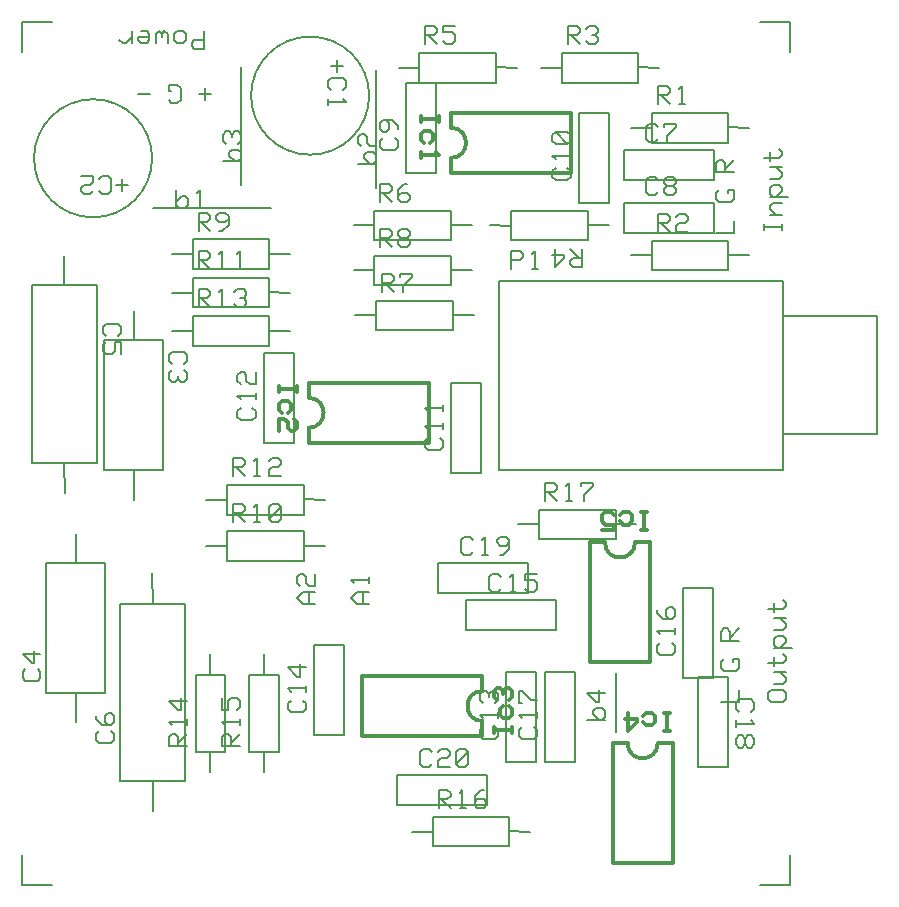
<source format=gbr>
G04 GERBER ASCII OUTPUT FROM: EDWIN32 (VER. 1.0 REV. 990515)*
G04 GERBER FORMAT: RX-274-X*
G04 BOARD: HÖRLUR3*
G04 ARTWORK OF COMP.PRINT POSITIVE*
%ASAXBY*%
%FSLAX32Y32*%
%MIA0B0*%
%MOMM*%
%OFA0.000B0.000*%
%SFA1B1*%
%IJA0B0*%
%INLAYER0POS*%
%IOA0B0*%
%IPPOS*%
%IR0*%
G04 APERTURE LIST*
%ADD12C,0.051*%
%ADD13R,0.051X0.051*%
%ADD14C,0.076*%
%ADD15R,0.076X0.076*%
%ADD16C,0.102*%
%ADD17R,0.102X0.102*%
%ADD18C,0.127*%
%ADD19R,0.127X0.127*%
%ADD20C,0.203*%
%ADD22C,0.203*%
%ADD24C,0.305*%
%ADD26C,0.330*%
%ADD28C,0.508*%
%ADD30C,0.737*%
%ADD32C,0.762*%
%ADD34C,0.813*%
%ADD36C,0.813*%
%ADD38C,0.914*%
%ADD40C,0.940*%
%ADD42C,1.016*%
%ADD44C,1.118*%
%ADD46C,1.372*%
%ADD48C,1.422*%
%ADD49R,1.422X1.422*%
%ADD50C,1.524*%
%ADD51R,1.524X1.524*%
%ADD52C,1.575*%
%ADD54C,1.626*%
%ADD56C,1.778*%
%ADD57R,1.778X1.778*%
%ADD58C,1.930*%
%ADD59R,1.930X1.930*%
%ADD60C,2.032*%
%ADD61R,2.032X2.032*%
%ADD62C,2.134*%
%ADD63R,2.134X2.134*%
%ADD64C,2.184*%
%ADD65R,2.184X2.184*%
%ADD66C,2.286*%
%ADD67R,2.286X2.286*%
%ADD68C,2.388*%
%ADD69R,2.388X2.388*%
%ADD70C,2.438*%
%ADD71R,2.438X2.438*%
%ADD72C,2.540*%
%ADD73R,2.540X2.540*%
%ADD74C,2.642*%
%ADD76C,2.794*%
%ADD78C,2.896*%
%ADD80C,3.048*%
%ADD82C,3.150*%
%ADD84C,3.404*%
G04*
D18* 
X0Y0D02*
X0Y254D01*
X0Y7300D02*
X0Y7046D01*
X0Y7300D02*
X254Y7300D01*
X6500Y7300D02*
X6246Y7300D01*
X6500Y7300D02*
X6500Y7046D01*
X6500Y0D02*
X6500Y254D01*
X6500Y0D02*
X6246Y0D01*
X0Y0D02*
X254Y0D01*
D26* 
X3631Y6408D02*
X3631Y6535D01*
X4647Y6535D01*
X4647Y6027D01*
X3631Y6027D01*
X3631Y6154D01*
G75*
G01X3631Y6154D02*
G03X3631Y6408I0J127D01*
G01*
X3377Y6509D02*
X3377Y6458D01*
X3377Y6484D02*
X3529Y6484D01*
X3529Y6509D02*
X3529Y6458D01*
X3453Y6281D02*
X3479Y6306D01*
X3479Y6357D01*
X3453Y6382D01*
X3402Y6382D01*
X3377Y6357D01*
X3377Y6306D01*
X3402Y6281D01*
X3377Y6204D02*
X3377Y6154D01*
X3377Y6179D02*
X3529Y6179D01*
X3504Y6204D01*
D18* 
X2727Y1266D02*
X2473Y1266D01*
X2473Y2028D01*
X2727Y2028D01*
X2727Y1266D01*
X2380Y1559D02*
X2405Y1534D01*
X2405Y1483D01*
X2380Y1458D01*
X2278Y1458D01*
X2253Y1483D01*
X2253Y1534D01*
X2278Y1559D01*
X2405Y1635D02*
X2405Y1686D01*
X2405Y1661D02*
X2253Y1661D01*
X2278Y1635D01*
X2354Y1864D02*
X2354Y1762D01*
X2329Y1762D01*
X2253Y1839D01*
X2405Y1839D01*
X4352Y1038D02*
X4098Y1038D01*
X4098Y1800D01*
X4352Y1800D01*
X4352Y1038D01*
X4005Y1332D02*
X4030Y1306D01*
X4030Y1255D01*
X4005Y1230D01*
X3903Y1230D01*
X3878Y1255D01*
X3878Y1306D01*
X3903Y1332D01*
X4030Y1408D02*
X4030Y1459D01*
X4030Y1433D02*
X3878Y1433D01*
X3903Y1408D01*
X3903Y1535D02*
X3878Y1560D01*
X3878Y1611D01*
X3903Y1636D01*
X3928Y1636D01*
X3954Y1611D01*
X3954Y1586D01*
X3954Y1611D02*
X3979Y1636D01*
X4005Y1636D01*
X4030Y1611D01*
X4030Y1560D01*
X4005Y1535D01*
X2298Y3741D02*
X2044Y3741D01*
X2044Y4503D01*
X2298Y4503D01*
X2298Y3741D01*
X1950Y4034D02*
X1976Y4009D01*
X1976Y3958D01*
X1950Y3933D01*
X1849Y3933D01*
X1823Y3958D01*
X1823Y4009D01*
X1849Y4034D01*
X1976Y4110D02*
X1976Y4161D01*
X1976Y4136D02*
X1823Y4136D01*
X1849Y4110D01*
X1849Y4237D02*
X1823Y4263D01*
X1823Y4314D01*
X1849Y4339D01*
X1874Y4339D01*
X1899Y4314D01*
X1899Y4263D01*
X1925Y4237D01*
X1976Y4237D01*
X1976Y4339D01*
X3885Y3487D02*
X3631Y3487D01*
X3631Y4249D01*
X3885Y4249D01*
X3885Y3487D01*
X3538Y3780D02*
X3563Y3755D01*
X3563Y3704D01*
X3538Y3679D01*
X3436Y3679D01*
X3411Y3704D01*
X3411Y3755D01*
X3436Y3780D01*
X3563Y3856D02*
X3563Y3907D01*
X3563Y3882D02*
X3411Y3882D01*
X3436Y3856D01*
X3563Y4009D02*
X3563Y4060D01*
X3563Y4034D02*
X3411Y4034D01*
X3436Y4009D01*
X4965Y5773D02*
X4711Y5773D01*
X4711Y6535D01*
X4965Y6535D01*
X4965Y5773D01*
X4617Y6066D02*
X4643Y6041D01*
X4643Y5990D01*
X4617Y5965D01*
X4516Y5965D01*
X4490Y5990D01*
X4490Y6041D01*
X4516Y6066D01*
X4643Y6142D02*
X4643Y6193D01*
X4643Y6168D02*
X4490Y6168D01*
X4516Y6142D01*
X4617Y6269D02*
X4516Y6269D01*
X4490Y6295D01*
X4490Y6346D01*
X4516Y6371D01*
X4617Y6371D01*
X4643Y6346D01*
X4643Y6295D01*
X4617Y6269D01*
X4516Y6371D01*
X3504Y6027D02*
X3250Y6027D01*
X3250Y6789D01*
X3504Y6789D01*
X3504Y6027D01*
X3157Y6320D02*
X3182Y6295D01*
X3182Y6244D01*
X3157Y6219D01*
X3055Y6219D01*
X3030Y6244D01*
X3030Y6295D01*
X3055Y6320D01*
X3182Y6396D02*
X3182Y6422D01*
X3131Y6473D01*
X3055Y6473D01*
X3030Y6447D01*
X3030Y6396D01*
X3055Y6371D01*
X3080Y6371D01*
X3106Y6396D01*
X3106Y6447D01*
X3080Y6473D01*
X5092Y5519D02*
X5092Y5773D01*
X5854Y5773D01*
X5854Y5519D01*
X5092Y5519D01*
X5385Y5866D02*
X5360Y5841D01*
X5309Y5841D01*
X5284Y5866D01*
X5284Y5968D01*
X5309Y5993D01*
X5360Y5993D01*
X5385Y5968D01*
X5436Y5866D02*
X5436Y5891D01*
X5461Y5917D01*
X5512Y5917D01*
X5538Y5942D01*
X5538Y5968D01*
X5512Y5993D01*
X5461Y5993D01*
X5436Y5968D01*
X5436Y5942D01*
X5461Y5917D01*
X5512Y5917D02*
X5538Y5891D01*
X5538Y5866D01*
X5512Y5841D01*
X5461Y5841D01*
X5436Y5866D01*
X5092Y5963D02*
X5092Y6217D01*
X5854Y6217D01*
X5854Y5963D01*
X5092Y5963D01*
X5385Y6310D02*
X5360Y6285D01*
X5309Y6285D01*
X5284Y6310D01*
X5284Y6412D01*
X5309Y6437D01*
X5360Y6437D01*
X5385Y6412D01*
X5461Y6285D02*
X5461Y6336D01*
X5538Y6412D01*
X5538Y6437D01*
X5436Y6437D01*
X5436Y6412D01*
X1380Y875D02*
X830Y875D01*
X830Y2375D01*
X1380Y2375D01*
X1380Y875D01*
X1105Y625D02*
X1105Y875D01*
X1101Y2636D02*
X1105Y2375D01*
X755Y1302D02*
X780Y1276D01*
X780Y1225D01*
X755Y1200D01*
X653Y1200D01*
X628Y1225D01*
X628Y1276D01*
X653Y1302D01*
X729Y1352D02*
X704Y1378D01*
X704Y1429D01*
X729Y1454D01*
X755Y1454D01*
X780Y1429D01*
X780Y1378D01*
X755Y1352D01*
X678Y1352D01*
X628Y1403D01*
X628Y1429D01*
X83Y5073D02*
X633Y5073D01*
X633Y3573D01*
X83Y3573D01*
X83Y5073D01*
X358Y5323D02*
X358Y5073D01*
X361Y3312D02*
X358Y3573D01*
X708Y4646D02*
X683Y4671D01*
X683Y4722D01*
X708Y4748D01*
X810Y4748D01*
X835Y4722D01*
X835Y4671D01*
X810Y4646D01*
X708Y4595D02*
X683Y4570D01*
X683Y4519D01*
X708Y4494D01*
X759Y4494D01*
X784Y4519D01*
X784Y4595D01*
X835Y4595D01*
X835Y4494D01*
X705Y1623D02*
X205Y1623D01*
X205Y2723D01*
X705Y2723D01*
X705Y1623D01*
X455Y1373D02*
X455Y1623D01*
X455Y2973D02*
X455Y2723D01*
X130Y1824D02*
X155Y1799D01*
X155Y1748D01*
X130Y1723D01*
X28Y1723D01*
X3Y1748D01*
X3Y1799D01*
X28Y1824D01*
X104Y1977D02*
X104Y1875D01*
X79Y1875D01*
X3Y1951D01*
X155Y1951D01*
X693Y4608D02*
X1193Y4608D01*
X1193Y3508D01*
X693Y3508D01*
X693Y4608D01*
X943Y4858D02*
X943Y4608D01*
X943Y3258D02*
X943Y3508D01*
X1268Y4406D02*
X1243Y4431D01*
X1243Y4482D01*
X1268Y4508D01*
X1370Y4508D01*
X1395Y4482D01*
X1395Y4431D01*
X1370Y4406D01*
X1370Y4355D02*
X1395Y4330D01*
X1395Y4279D01*
X1370Y4254D01*
X1344Y4254D01*
X1319Y4279D01*
X1319Y4304D01*
X1319Y4279D02*
X1293Y4254D01*
X1268Y4254D01*
X1243Y4279D01*
X1243Y4330D01*
X1268Y4355D01*
G75*
G01X1100Y6150D02*
G03X1100Y6150I-500J0D01*
G01*
X900Y5924D02*
X798Y5924D01*
X849Y5873D02*
X849Y5975D01*
X648Y5975D02*
X674Y6000D01*
X725Y6000D01*
X750Y5975D01*
X750Y5873D01*
X725Y5848D01*
X674Y5848D01*
X648Y5873D01*
X598Y5873D02*
X572Y5848D01*
X521Y5848D01*
X496Y5873D01*
X496Y5898D01*
X521Y5924D01*
X572Y5924D01*
X598Y5949D01*
X598Y6000D01*
X496Y6000D01*
G75*
G01X2938Y6680D02*
G03X2938Y6680I-500J0D01*
G01*
X2664Y6980D02*
X2664Y6878D01*
X2715Y6929D02*
X2613Y6929D01*
X2613Y6728D02*
X2588Y6754D01*
X2588Y6805D01*
X2613Y6830D01*
X2715Y6830D01*
X2740Y6805D01*
X2740Y6754D01*
X2715Y6728D01*
X2588Y6652D02*
X2588Y6601D01*
X2588Y6627D02*
X2740Y6627D01*
X2715Y6652D01*
X4039Y3512D02*
X4039Y5112D01*
X6439Y5112D01*
X6439Y3512D01*
X4039Y3512D01*
X6439Y4812D02*
X6439Y3812D01*
X7239Y3812D01*
X7239Y4812D01*
X6439Y4812D01*
X4139Y5212D02*
X4139Y5364D01*
X4215Y5364D01*
X4241Y5339D01*
X4241Y5314D01*
X4215Y5288D01*
X4139Y5288D01*
X4317Y5212D02*
X4368Y5212D01*
X4342Y5212D02*
X4342Y5364D01*
X4317Y5339D01*
X5847Y1753D02*
X5593Y1753D01*
X5593Y2515D01*
X5847Y2515D01*
X5847Y1753D01*
X5500Y2047D02*
X5525Y2021D01*
X5525Y1970D01*
X5500Y1945D01*
X5398Y1945D01*
X5373Y1970D01*
X5373Y2021D01*
X5398Y2047D01*
X5525Y2123D02*
X5525Y2174D01*
X5525Y2148D02*
X5373Y2148D01*
X5398Y2123D01*
X5474Y2250D02*
X5449Y2275D01*
X5449Y2326D01*
X5474Y2351D01*
X5500Y2351D01*
X5525Y2326D01*
X5525Y2275D01*
X5500Y2250D01*
X5423Y2250D01*
X5373Y2301D01*
X5373Y2326D01*
X3761Y2156D02*
X3761Y2410D01*
X4523Y2410D01*
X4523Y2156D01*
X3761Y2156D01*
X4054Y2503D02*
X4029Y2478D01*
X3978Y2478D01*
X3953Y2503D01*
X3953Y2605D01*
X3978Y2630D01*
X4029Y2630D01*
X4054Y2605D01*
X4130Y2478D02*
X4181Y2478D01*
X4156Y2478D02*
X4156Y2630D01*
X4130Y2605D01*
X4257Y2503D02*
X4283Y2478D01*
X4334Y2478D01*
X4359Y2503D01*
X4359Y2554D01*
X4334Y2579D01*
X4257Y2579D01*
X4257Y2630D01*
X4359Y2630D01*
D26* 
X5188Y2897D02*
X5315Y2897D01*
X5315Y1881D01*
X4807Y1881D01*
X4807Y2897D01*
X4934Y2897D01*
G75*
G01X4934Y2897D02*
G03X5188Y2897I127J0D01*
G01*
X5290Y3151D02*
X5239Y3151D01*
X5264Y3151D02*
X5264Y2999D01*
X5290Y2999D02*
X5239Y2999D01*
X5061Y3075D02*
X5086Y3049D01*
X5137Y3049D01*
X5163Y3075D01*
X5163Y3126D01*
X5137Y3151D01*
X5086Y3151D01*
X5061Y3126D01*
X5010Y3126D02*
X4985Y3151D01*
X4934Y3151D01*
X4909Y3126D01*
X4909Y3075D01*
X4934Y3049D01*
X5010Y3049D01*
X5010Y2999D01*
X4909Y2999D01*
X5380Y1197D02*
X5507Y1197D01*
X5507Y181D01*
X4999Y181D01*
X4999Y1197D01*
X5126Y1197D01*
G75*
G01X5126Y1197D02*
G03X5380Y1197I127J0D01*
G01*
X5481Y1451D02*
X5431Y1451D01*
X5456Y1451D02*
X5456Y1298D01*
X5481Y1298D02*
X5431Y1298D01*
X5253Y1374D02*
X5278Y1349D01*
X5329Y1349D01*
X5354Y1374D01*
X5354Y1425D01*
X5329Y1451D01*
X5278Y1451D01*
X5253Y1425D01*
X5100Y1400D02*
X5202Y1400D01*
X5202Y1374D01*
X5126Y1298D01*
X5126Y1451D01*
X3897Y1385D02*
X3897Y1258D01*
X2881Y1258D01*
X2881Y1766D01*
X3897Y1766D01*
X3897Y1639D01*
G75*
G01X3897Y1639D02*
G03X3897Y1385I0J-127D01*
G01*
X4151Y1283D02*
X4151Y1334D01*
X4151Y1308D02*
X3999Y1308D01*
X3999Y1283D02*
X3999Y1334D01*
X4075Y1512D02*
X4049Y1486D01*
X4049Y1435D01*
X4075Y1410D01*
X4126Y1410D01*
X4151Y1435D01*
X4151Y1486D01*
X4126Y1512D01*
X4024Y1562D02*
X3999Y1588D01*
X3999Y1639D01*
X4024Y1664D01*
X4049Y1664D01*
X4075Y1639D01*
X4075Y1613D01*
X4075Y1639D02*
X4100Y1664D01*
X4126Y1664D01*
X4151Y1639D01*
X4151Y1588D01*
X4126Y1562D01*
X2425Y4122D02*
X2425Y4249D01*
X3441Y4249D01*
X3441Y3741D01*
X2425Y3741D01*
X2425Y3868D01*
G75*
G01X2425Y3868D02*
G03X2425Y4122I0J127D01*
G01*
X2171Y4223D02*
X2171Y4172D01*
X2171Y4198D02*
X2323Y4198D01*
X2323Y4223D02*
X2323Y4172D01*
X2247Y3995D02*
X2272Y4020D01*
X2272Y4071D01*
X2247Y4096D01*
X2196Y4096D01*
X2171Y4071D01*
X2171Y4020D01*
X2196Y3995D01*
X2298Y3944D02*
X2323Y3918D01*
X2323Y3868D01*
X2298Y3842D01*
X2272Y3842D01*
X2247Y3868D01*
X2247Y3918D01*
X2221Y3944D01*
X2171Y3944D01*
X2171Y3842D01*
D18* 
X5330Y6283D02*
X5330Y6533D01*
X5980Y6533D01*
X5980Y6283D01*
X5330Y6283D01*
X5330Y6408D02*
X5155Y6408D01*
X5979Y6411D02*
X6155Y6408D01*
X5380Y6608D02*
X5380Y6760D01*
X5456Y6760D01*
X5482Y6735D01*
X5482Y6709D01*
X5456Y6684D01*
X5380Y6684D01*
X5405Y6684D02*
X5482Y6608D01*
X5558Y6608D02*
X5609Y6608D01*
X5583Y6608D02*
X5583Y6760D01*
X5558Y6735D01*
X5330Y5203D02*
X5330Y5453D01*
X5980Y5453D01*
X5980Y5203D01*
X5330Y5203D01*
X5330Y5328D02*
X5155Y5328D01*
X5979Y5332D02*
X6155Y5328D01*
X5380Y5528D02*
X5380Y5680D01*
X5456Y5680D01*
X5482Y5655D01*
X5482Y5630D01*
X5456Y5604D01*
X5380Y5604D01*
X5405Y5604D02*
X5482Y5528D01*
X5532Y5655D02*
X5558Y5680D01*
X5609Y5680D01*
X5634Y5655D01*
X5634Y5630D01*
X5609Y5604D01*
X5558Y5604D01*
X5532Y5579D01*
X5532Y5528D01*
X5634Y5528D01*
X4568Y6791D02*
X4568Y7041D01*
X5218Y7041D01*
X5218Y6791D01*
X4568Y6791D01*
X4568Y6916D02*
X4393Y6916D01*
X5217Y6919D02*
X5393Y6916D01*
X4618Y7116D02*
X4618Y7268D01*
X4694Y7268D01*
X4720Y7243D01*
X4720Y7217D01*
X4694Y7192D01*
X4618Y7192D01*
X4643Y7192D02*
X4720Y7116D01*
X4770Y7243D02*
X4796Y7268D01*
X4847Y7268D01*
X4872Y7243D01*
X4872Y7217D01*
X4847Y7192D01*
X4821Y7192D01*
X4847Y7192D02*
X4872Y7166D01*
X4872Y7141D01*
X4847Y7116D01*
X4796Y7116D01*
X4770Y7141D01*
X4790Y5707D02*
X4790Y5457D01*
X4140Y5457D01*
X4140Y5707D01*
X4790Y5707D01*
X4790Y5582D02*
X4965Y5582D01*
X4141Y5578D02*
X3965Y5582D01*
X4740Y5382D02*
X4740Y5230D01*
X4663Y5230D01*
X4638Y5255D01*
X4638Y5280D01*
X4663Y5306D01*
X4740Y5306D01*
X4714Y5306D02*
X4638Y5382D01*
X4486Y5331D02*
X4587Y5331D01*
X4587Y5306D01*
X4511Y5230D01*
X4511Y5382D01*
X3362Y6791D02*
X3362Y7041D01*
X4012Y7041D01*
X4012Y6791D01*
X3362Y6791D01*
X3362Y6916D02*
X3187Y6916D01*
X4010Y6919D02*
X4187Y6916D01*
X3412Y7116D02*
X3412Y7268D01*
X3488Y7268D01*
X3513Y7243D01*
X3513Y7217D01*
X3488Y7192D01*
X3412Y7192D01*
X3437Y7192D02*
X3513Y7116D01*
X3564Y7141D02*
X3589Y7116D01*
X3640Y7116D01*
X3666Y7141D01*
X3666Y7192D01*
X3640Y7217D01*
X3564Y7217D01*
X3564Y7268D01*
X3666Y7268D01*
X2981Y5457D02*
X2981Y5707D01*
X3631Y5707D01*
X3631Y5457D01*
X2981Y5457D01*
X2981Y5582D02*
X2806Y5582D01*
X3629Y5586D02*
X3806Y5582D01*
X3031Y5782D02*
X3031Y5934D01*
X3107Y5934D01*
X3132Y5909D01*
X3132Y5884D01*
X3107Y5858D01*
X3031Y5858D01*
X3056Y5858D02*
X3132Y5782D01*
X3183Y5833D02*
X3208Y5858D01*
X3259Y5858D01*
X3285Y5833D01*
X3285Y5807D01*
X3259Y5782D01*
X3208Y5782D01*
X3183Y5807D01*
X3183Y5884D01*
X3234Y5934D01*
X3259Y5934D01*
X2997Y4695D02*
X2997Y4945D01*
X3647Y4945D01*
X3647Y4695D01*
X2997Y4695D01*
X2997Y4820D02*
X2822Y4820D01*
X3645Y4824D02*
X3822Y4820D01*
X3047Y5020D02*
X3047Y5172D01*
X3123Y5172D01*
X3148Y5147D01*
X3148Y5122D01*
X3123Y5096D01*
X3047Y5096D01*
X3072Y5096D02*
X3148Y5020D01*
X3224Y5020D02*
X3224Y5071D01*
X3301Y5147D01*
X3301Y5172D01*
X3199Y5172D01*
X3199Y5147D01*
X2981Y5076D02*
X2981Y5326D01*
X3631Y5326D01*
X3631Y5076D01*
X2981Y5076D01*
X2981Y5201D02*
X2806Y5201D01*
X3629Y5205D02*
X3806Y5201D01*
X3031Y5401D02*
X3031Y5553D01*
X3107Y5553D01*
X3132Y5528D01*
X3132Y5503D01*
X3107Y5477D01*
X3031Y5477D01*
X3056Y5477D02*
X3132Y5401D01*
X3183Y5426D02*
X3183Y5452D01*
X3208Y5477D01*
X3259Y5477D01*
X3285Y5503D01*
X3285Y5528D01*
X3259Y5553D01*
X3208Y5553D01*
X3183Y5528D01*
X3183Y5503D01*
X3208Y5477D01*
X3259Y5477D02*
X3285Y5452D01*
X3285Y5426D01*
X3259Y5401D01*
X3208Y5401D01*
X3183Y5426D01*
X1443Y5213D02*
X1443Y5463D01*
X2093Y5463D01*
X2093Y5213D01*
X1443Y5213D01*
X1443Y5338D02*
X1268Y5338D01*
X2091Y5341D02*
X2268Y5338D01*
X1493Y5538D02*
X1493Y5690D01*
X1569Y5690D01*
X1594Y5665D01*
X1594Y5639D01*
X1569Y5614D01*
X1493Y5614D01*
X1518Y5614D02*
X1594Y5538D01*
X1670Y5538D02*
X1696Y5538D01*
X1747Y5588D01*
X1747Y5665D01*
X1721Y5690D01*
X1670Y5690D01*
X1645Y5665D01*
X1645Y5639D01*
X1670Y5614D01*
X1721Y5614D01*
X1747Y5639D01*
X1853Y5923D02*
X1853Y6923D01*
X1853Y6123D02*
X1700Y6123D01*
X1802Y6123D02*
X1751Y6173D01*
X1751Y6199D01*
X1776Y6224D01*
X1827Y6224D01*
X1853Y6199D01*
X1853Y6148D01*
X1827Y6123D01*
X1726Y6275D02*
X1700Y6300D01*
X1700Y6351D01*
X1726Y6377D01*
X1751Y6377D01*
X1776Y6351D01*
X1776Y6326D01*
X1776Y6351D02*
X1802Y6377D01*
X1827Y6377D01*
X1853Y6351D01*
X1853Y6300D01*
X1827Y6275D01*
X1105Y5728D02*
X2105Y5728D01*
X1305Y5728D02*
X1305Y5880D01*
X1305Y5778D02*
X1356Y5829D01*
X1381Y5829D01*
X1407Y5804D01*
X1407Y5753D01*
X1381Y5728D01*
X1330Y5728D01*
X1305Y5753D01*
X1483Y5728D02*
X1534Y5728D01*
X1508Y5728D02*
X1508Y5880D01*
X1483Y5855D01*
X2996Y5900D02*
X2996Y6900D01*
X2996Y6100D02*
X2844Y6100D01*
X2945Y6100D02*
X2894Y6150D01*
X2894Y6176D01*
X2920Y6201D01*
X2971Y6201D01*
X2996Y6176D01*
X2996Y6125D01*
X2971Y6100D01*
X2869Y6252D02*
X2844Y6277D01*
X2844Y6328D01*
X2869Y6354D01*
X2894Y6354D01*
X2920Y6328D01*
X2920Y6277D01*
X2945Y6252D01*
X2996Y6252D01*
X2996Y6354D01*
X1735Y2743D02*
X1735Y2993D01*
X2385Y2993D01*
X2385Y2743D01*
X1735Y2743D01*
X1735Y2868D02*
X1560Y2868D01*
X2384Y2871D02*
X2560Y2868D01*
X1785Y3068D02*
X1785Y3220D01*
X1861Y3220D01*
X1887Y3195D01*
X1887Y3169D01*
X1861Y3144D01*
X1785Y3144D01*
X1810Y3144D02*
X1887Y3068D01*
X1963Y3068D02*
X2014Y3068D01*
X1988Y3068D02*
X1988Y3220D01*
X1963Y3195D01*
X2090Y3093D02*
X2090Y3195D01*
X2115Y3220D01*
X2166Y3220D01*
X2191Y3195D01*
X2191Y3093D01*
X2166Y3068D01*
X2115Y3068D01*
X2090Y3093D01*
X2191Y3195D01*
X1443Y4888D02*
X1443Y5138D01*
X2093Y5138D01*
X2093Y4888D01*
X1443Y4888D01*
X1443Y5013D02*
X1268Y5013D01*
X2091Y5016D02*
X2268Y5013D01*
X1493Y5213D02*
X1493Y5365D01*
X1569Y5365D01*
X1594Y5340D01*
X1594Y5314D01*
X1569Y5289D01*
X1493Y5289D01*
X1518Y5289D02*
X1594Y5213D01*
X1670Y5213D02*
X1721Y5213D01*
X1696Y5213D02*
X1696Y5365D01*
X1670Y5340D01*
X1823Y5213D02*
X1874Y5213D01*
X1848Y5213D02*
X1848Y5365D01*
X1823Y5340D01*
X1735Y3133D02*
X1735Y3383D01*
X2385Y3383D01*
X2385Y3133D01*
X1735Y3133D01*
X1735Y3258D02*
X1560Y3258D01*
X2384Y3261D02*
X2560Y3258D01*
X1785Y3458D02*
X1785Y3610D01*
X1861Y3610D01*
X1887Y3585D01*
X1887Y3559D01*
X1861Y3534D01*
X1785Y3534D01*
X1810Y3534D02*
X1887Y3458D01*
X1963Y3458D02*
X2014Y3458D01*
X1988Y3458D02*
X1988Y3610D01*
X1963Y3585D01*
X2090Y3585D02*
X2115Y3610D01*
X2166Y3610D01*
X2191Y3585D01*
X2191Y3559D01*
X2166Y3534D01*
X2115Y3534D01*
X2090Y3508D01*
X2090Y3458D01*
X2191Y3458D01*
X1443Y4563D02*
X1443Y4813D01*
X2093Y4813D01*
X2093Y4563D01*
X1443Y4563D01*
X1443Y4688D02*
X1268Y4688D01*
X2091Y4691D02*
X2268Y4688D01*
X1493Y4888D02*
X1493Y5040D01*
X1569Y5040D01*
X1594Y5015D01*
X1594Y4989D01*
X1569Y4964D01*
X1493Y4964D01*
X1518Y4964D02*
X1594Y4888D01*
X1670Y4888D02*
X1721Y4888D01*
X1696Y4888D02*
X1696Y5040D01*
X1670Y5015D01*
X1797Y5015D02*
X1823Y5040D01*
X1874Y5040D01*
X1899Y5015D01*
X1899Y4989D01*
X1874Y4964D01*
X1848Y4964D01*
X1874Y4964D02*
X1899Y4938D01*
X1899Y4913D01*
X1874Y4888D01*
X1823Y4888D01*
X1797Y4913D01*
X1718Y1125D02*
X1468Y1125D01*
X1468Y1775D01*
X1718Y1775D01*
X1718Y1125D01*
X1593Y1125D02*
X1593Y950D01*
X1589Y1774D02*
X1593Y1950D01*
X1393Y1175D02*
X1240Y1175D01*
X1240Y1251D01*
X1266Y1277D01*
X1291Y1277D01*
X1316Y1251D01*
X1316Y1175D01*
X1316Y1200D02*
X1393Y1277D01*
X1393Y1353D02*
X1393Y1404D01*
X1393Y1378D02*
X1240Y1378D01*
X1266Y1353D01*
X1342Y1581D02*
X1342Y1480D01*
X1316Y1480D01*
X1240Y1556D01*
X1393Y1556D01*
X2173Y1125D02*
X1923Y1125D01*
X1923Y1775D01*
X2173Y1775D01*
X2173Y1125D01*
X2048Y1125D02*
X2048Y950D01*
X2044Y1774D02*
X2048Y1950D01*
X1848Y1175D02*
X1695Y1175D01*
X1695Y1251D01*
X1721Y1277D01*
X1746Y1277D01*
X1771Y1251D01*
X1771Y1175D01*
X1771Y1200D02*
X1848Y1277D01*
X1848Y1353D02*
X1848Y1404D01*
X1848Y1378D02*
X1695Y1378D01*
X1721Y1353D01*
X1822Y1480D02*
X1848Y1505D01*
X1848Y1556D01*
X1822Y1581D01*
X1771Y1581D01*
X1746Y1556D01*
X1746Y1480D01*
X1695Y1480D01*
X1695Y1581D01*
X2938Y2378D02*
X2836Y2378D01*
X2785Y2428D01*
X2836Y2479D01*
X2938Y2479D01*
X2887Y2479D02*
X2887Y2378D01*
X2938Y2555D02*
X2938Y2606D01*
X2938Y2581D02*
X2785Y2581D01*
X2811Y2555D01*
X2483Y2378D02*
X2381Y2378D01*
X2330Y2428D01*
X2381Y2479D01*
X2483Y2479D01*
X2432Y2479D02*
X2432Y2378D01*
X2356Y2530D02*
X2330Y2555D01*
X2330Y2606D01*
X2356Y2632D01*
X2381Y2632D01*
X2406Y2606D01*
X2406Y2555D01*
X2432Y2530D01*
X2483Y2530D01*
X2483Y2632D01*
X5876Y5517D02*
X6029Y5517D01*
X6029Y5619D01*
X5902Y5879D02*
X5876Y5853D01*
X5876Y5802D01*
X5902Y5777D01*
X6003Y5777D01*
X6029Y5802D01*
X6029Y5879D01*
X5978Y5879D01*
X5978Y5853D01*
X6029Y6037D02*
X5876Y6037D01*
X5876Y6113D01*
X5902Y6139D01*
X5927Y6139D01*
X5953Y6113D01*
X5953Y6037D01*
X5953Y6062D02*
X6029Y6139D01*
X6431Y5542D02*
X6431Y5593D01*
X6431Y5568D02*
X6279Y5568D01*
X6279Y5542D02*
X6279Y5593D01*
X6431Y5669D02*
X6329Y5669D01*
X6380Y5669D02*
X6329Y5720D01*
X6329Y5746D01*
X6355Y5771D01*
X6431Y5771D01*
X6482Y5822D02*
X6329Y5822D01*
X6355Y5822D02*
X6329Y5847D01*
X6329Y5898D01*
X6355Y5923D01*
X6406Y5923D01*
X6431Y5898D01*
X6431Y5873D01*
X6380Y5822D01*
X6329Y5974D02*
X6406Y5974D01*
X6431Y6000D01*
X6431Y6025D01*
X6380Y6076D01*
X6329Y6076D02*
X6431Y6076D01*
X6329Y6127D02*
X6329Y6203D01*
X6279Y6152D02*
X6406Y6152D01*
X6431Y6177D01*
X6431Y6203D01*
X6406Y6228D01*
X5913Y1547D02*
X6065Y1547D01*
X6065Y1649D01*
X5938Y1909D02*
X5913Y1883D01*
X5913Y1832D01*
X5938Y1807D01*
X6040Y1807D01*
X6065Y1832D01*
X6065Y1909D01*
X6015Y1909D01*
X6015Y1883D01*
X6065Y2067D02*
X5913Y2067D01*
X5913Y2143D01*
X5938Y2169D01*
X5964Y2169D01*
X5989Y2143D01*
X5989Y2067D01*
X5989Y2092D02*
X6065Y2169D01*
X6442Y1547D02*
X6341Y1547D01*
X6315Y1572D01*
X6315Y1623D01*
X6341Y1649D01*
X6442Y1649D01*
X6468Y1623D01*
X6468Y1572D01*
X6442Y1547D01*
X6366Y1699D02*
X6442Y1699D01*
X6468Y1725D01*
X6468Y1750D01*
X6417Y1801D01*
X6366Y1801D02*
X6468Y1801D01*
X6366Y1852D02*
X6366Y1928D01*
X6315Y1877D02*
X6442Y1877D01*
X6468Y1903D01*
X6468Y1928D01*
X6442Y1953D01*
X6518Y2004D02*
X6366Y2004D01*
X6391Y2004D02*
X6366Y2030D01*
X6366Y2080D01*
X6391Y2106D01*
X6442Y2106D01*
X6468Y2080D01*
X6468Y2055D01*
X6417Y2004D01*
X6366Y2157D02*
X6442Y2157D01*
X6468Y2182D01*
X6468Y2207D01*
X6417Y2258D01*
X6366Y2258D02*
X6468Y2258D01*
X6366Y2309D02*
X6366Y2385D01*
X6315Y2334D02*
X6442Y2334D01*
X6468Y2360D01*
X6468Y2385D01*
X6442Y2411D01*
X1601Y6697D02*
X1499Y6697D01*
X1550Y6646D02*
X1550Y6748D01*
X1239Y6646D02*
X1264Y6621D01*
X1315Y6621D01*
X1341Y6646D01*
X1341Y6748D01*
X1315Y6773D01*
X1239Y6773D01*
X1239Y6723D01*
X1264Y6723D01*
X1081Y6697D02*
X979Y6697D01*
X1536Y7231D02*
X1536Y7078D01*
X1459Y7078D01*
X1434Y7104D01*
X1434Y7129D01*
X1459Y7154D01*
X1536Y7154D01*
X1383Y7205D02*
X1383Y7154D01*
X1358Y7129D01*
X1307Y7129D01*
X1282Y7154D01*
X1282Y7205D01*
X1307Y7231D01*
X1358Y7231D01*
X1383Y7205D01*
X1231Y7129D02*
X1231Y7205D01*
X1205Y7231D01*
X1180Y7205D01*
X1180Y7180D01*
X1180Y7205D02*
X1155Y7231D01*
X1129Y7205D01*
X1129Y7129D01*
X1078Y7180D02*
X977Y7180D01*
X977Y7154D01*
X1002Y7129D01*
X1053Y7129D01*
X1078Y7154D01*
X1078Y7205D01*
X1053Y7231D01*
X1002Y7231D01*
X926Y7231D02*
X926Y7129D01*
X926Y7180D02*
X875Y7129D01*
X850Y7129D01*
X824Y7154D01*
X4677Y1038D02*
X4423Y1038D01*
X4423Y1800D01*
X4677Y1800D01*
X4677Y1038D01*
X4330Y1332D02*
X4355Y1306D01*
X4355Y1255D01*
X4330Y1230D01*
X4228Y1230D01*
X4203Y1255D01*
X4203Y1306D01*
X4228Y1332D01*
X4355Y1408D02*
X4355Y1459D01*
X4355Y1433D02*
X4203Y1433D01*
X4228Y1408D01*
X4355Y1560D02*
X4304Y1560D01*
X4228Y1636D01*
X4203Y1636D01*
X4203Y1535D01*
X4228Y1535D01*
X5723Y1760D02*
X5977Y1760D01*
X5977Y998D01*
X5723Y998D01*
X5723Y1760D01*
X6070Y1466D02*
X6045Y1491D01*
X6045Y1542D01*
X6070Y1568D01*
X6172Y1568D01*
X6197Y1542D01*
X6197Y1491D01*
X6172Y1466D01*
X6045Y1390D02*
X6045Y1339D01*
X6045Y1364D02*
X6197Y1364D01*
X6172Y1390D01*
X6070Y1263D02*
X6096Y1263D01*
X6121Y1237D01*
X6121Y1187D01*
X6147Y1161D01*
X6172Y1161D01*
X6197Y1187D01*
X6197Y1237D01*
X6172Y1263D01*
X6147Y1263D01*
X6121Y1237D01*
X6121Y1187D02*
X6096Y1161D01*
X6070Y1161D01*
X6045Y1187D01*
X6045Y1237D01*
X6070Y1263D01*
X5031Y1292D02*
X5031Y1792D01*
X4931Y1392D02*
X4778Y1392D01*
X4880Y1392D02*
X4829Y1443D01*
X4829Y1468D01*
X4855Y1494D01*
X4905Y1494D01*
X4931Y1468D01*
X4931Y1418D01*
X4905Y1392D01*
X4880Y1646D02*
X4880Y1545D01*
X4855Y1545D01*
X4778Y1621D01*
X4931Y1621D01*
X3523Y2473D02*
X3523Y2727D01*
X4285Y2727D01*
X4285Y2473D01*
X3523Y2473D01*
X3817Y2820D02*
X3791Y2795D01*
X3740Y2795D01*
X3715Y2820D01*
X3715Y2922D01*
X3740Y2947D01*
X3791Y2947D01*
X3817Y2922D01*
X3893Y2795D02*
X3944Y2795D01*
X3918Y2795D02*
X3918Y2947D01*
X3893Y2922D01*
X4045Y2795D02*
X4071Y2795D01*
X4121Y2846D01*
X4121Y2922D01*
X4096Y2947D01*
X4045Y2947D01*
X4020Y2922D01*
X4020Y2897D01*
X4045Y2871D01*
X4096Y2871D01*
X4121Y2897D01*
X3173Y673D02*
X3173Y927D01*
X3935Y927D01*
X3935Y673D01*
X3173Y673D01*
X3467Y1020D02*
X3441Y995D01*
X3390Y995D01*
X3365Y1020D01*
X3365Y1122D01*
X3390Y1147D01*
X3441Y1147D01*
X3467Y1122D01*
X3517Y1122D02*
X3543Y1147D01*
X3594Y1147D01*
X3619Y1122D01*
X3619Y1097D01*
X3594Y1071D01*
X3543Y1071D01*
X3517Y1046D01*
X3517Y995D01*
X3619Y995D01*
X3670Y1020D02*
X3670Y1122D01*
X3695Y1147D01*
X3746Y1147D01*
X3771Y1122D01*
X3771Y1020D01*
X3746Y995D01*
X3695Y995D01*
X3670Y1020D01*
X3771Y1122D01*
X3475Y325D02*
X3475Y575D01*
X4125Y575D01*
X4125Y325D01*
X3475Y325D01*
X3475Y450D02*
X3300Y450D01*
X4124Y454D02*
X4300Y450D01*
X3525Y650D02*
X3525Y802D01*
X3601Y802D01*
X3627Y777D01*
X3627Y752D01*
X3601Y726D01*
X3525Y726D01*
X3550Y726D02*
X3627Y650D01*
X3703Y650D02*
X3754Y650D01*
X3728Y650D02*
X3728Y802D01*
X3703Y777D01*
X3830Y701D02*
X3855Y726D01*
X3906Y726D01*
X3931Y701D01*
X3931Y675D01*
X3906Y650D01*
X3855Y650D01*
X3830Y675D01*
X3830Y752D01*
X3881Y802D01*
X3906Y802D01*
X4375Y2925D02*
X4375Y3175D01*
X5025Y3175D01*
X5025Y2925D01*
X4375Y2925D01*
X4375Y3050D02*
X4200Y3050D01*
X5024Y3054D02*
X5200Y3050D01*
X4425Y3250D02*
X4425Y3402D01*
X4501Y3402D01*
X4527Y3377D01*
X4527Y3352D01*
X4501Y3326D01*
X4425Y3326D01*
X4450Y3326D02*
X4527Y3250D01*
X4603Y3250D02*
X4654Y3250D01*
X4628Y3250D02*
X4628Y3402D01*
X4603Y3377D01*
X4755Y3250D02*
X4755Y3301D01*
X4831Y3377D01*
X4831Y3402D01*
X4730Y3402D01*
X4730Y3377D01*
M02*

</source>
